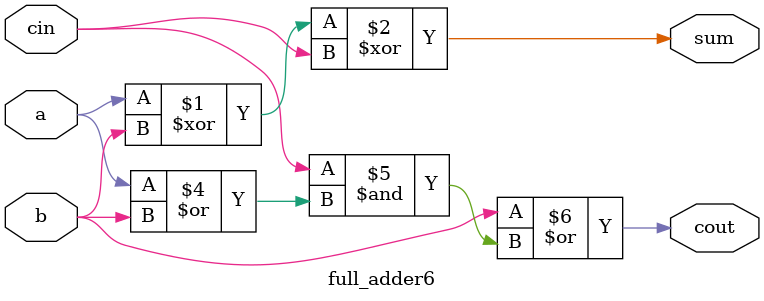
<source format=v>
module full_adder6(a,b,cin,sum,cout);
input a,b,cin;
output sum,cout;
assign sum = a^b^cin;
assign cout = 1'b1&b|cin&(a|b); 
// initial begin
//     $display("The incorrect adder with and0 having in1/1");
// end   
endmodule
</source>
